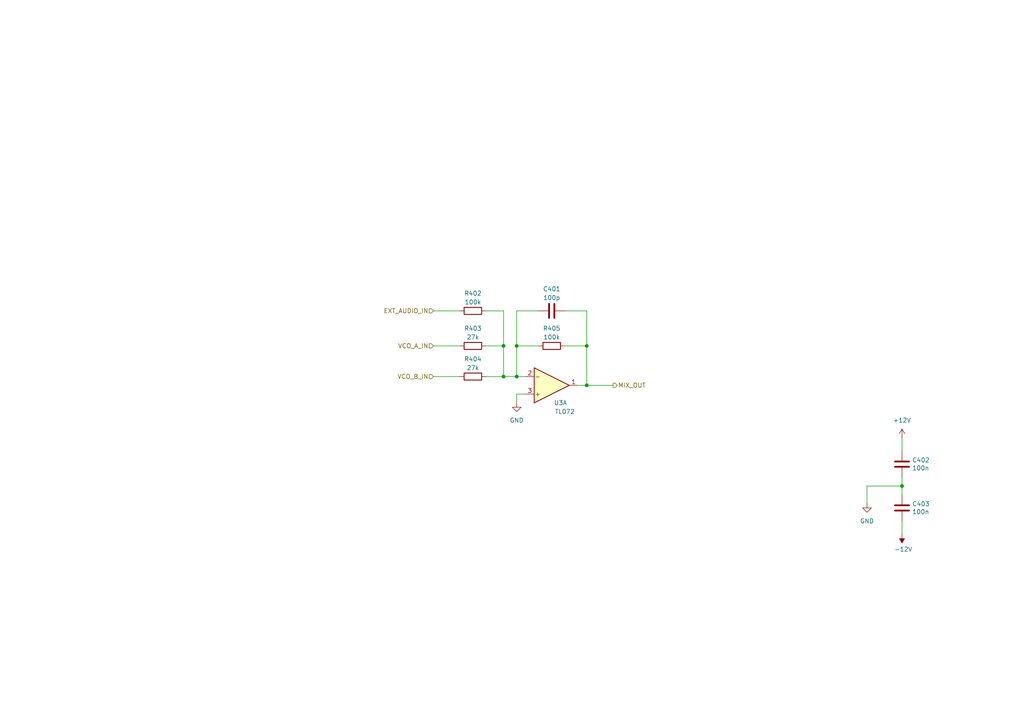
<source format=kicad_sch>
(kicad_sch (version 20211123) (generator eeschema)
  (paper "A4")
  (title_block (title "Micro-Pico Tiny Monosynth") (date "2022-10-06") (rev "1.0") (comment 1 "creativecommons.org/licences/by/4.0") (comment 2 "Licence: CC by 4.0") (comment 3 "Author: Jordan Aceto"))
  (lib_symbols
    (symbol "Amplifier_Operational:TL072" (pin_names (offset 0.127))
      (property "Reference" "U" (at 0 5.08 0))
      (property "Value" "TL072" (at 0 -5.08 0))
      (symbol "TL072_1_1"
        (polyline (pts (xy -5.08 5.08) (xy 5.08 0) (xy -5.08 -5.08) (xy -5.08 5.08)) (stroke (width 0.254)) (fill (type background)))
        (pin output line (at 7.62 0 180) (length 2.54) (name "~") (number "1"))
        (pin input line (at -7.62 -2.54 0) (length 2.54) (name "-") (number "2"))
        (pin input line (at -7.62 2.54 0) (length 2.54) (name "+") (number "3"))
      )
      (symbol "TL072_2_1"
        (polyline (pts (xy -5.08 5.08) (xy 5.08 0) (xy -5.08 -5.08) (xy -5.08 5.08)) (stroke (width 0.254)) (fill (type background)))
        (pin input line (at -7.62 2.54 0) (length 2.54) (name "+") (number "5"))
        (pin input line (at -7.62 -2.54 0) (length 2.54) (name "-") (number "6"))
        (pin output line (at 7.62 0 180) (length 2.54) (name "~") (number "7"))
      )
      (symbol "TL072_3_1"
        (pin power_in line (at -2.54 -7.62 90) (length 3.81) (name "V-") (number "4"))
        (pin power_in line (at -2.54 7.62 270) (length 3.81) (name "V+") (number "8"))
      )
    )
    (symbol "Device:C" (pin_numbers hide) (pin_names (offset 0.254))
      (property "Reference" "C" (at 0.635 2.54 0))
      (property "Value" "C" (at 0.635 -2.54 0))
      (symbol "C_0_1"
        (polyline (pts (xy -2.032 -0.762) (xy 2.032 -0.762)) (stroke (width 0.508)))
        (polyline (pts (xy -2.032 0.762) (xy 2.032 0.762)) (stroke (width 0.508)))
      )
      (symbol "C_1_1"
        (pin passive line (at 0 3.81 270) (length 2.794) (name "~") (number "1"))
        (pin passive line (at 0 -3.81 90) (length 2.794) (name "~") (number "2"))
      )
    )
    (symbol "Device:R" (pin_numbers hide) (pin_names (offset 0))
      (property "Reference" "R" (at 2.032 0 90))
      (property "Value" "R" (at 0 0 90))
      (symbol "R_0_1"
        (rectangle (start -1.016 -2.54) (end 1.016 2.54) (stroke (width 0.254)))
      )
      (symbol "R_1_1"
        (pin passive line (at 0 3.81 270) (length 1.27) (name "~") (number "1"))
        (pin passive line (at 0 -3.81 90) (length 1.27) (name "~") (number "2"))
      )
    )
    (symbol "power:+12V" (power) (pin_names (offset 0))
      (property "Value" "+12V" (at 0 3.556 0))
      (symbol "+12V_0_1"
        (polyline (pts (xy -0.762 1.27) (xy 0 2.54)))
        (polyline (pts (xy 0 0) (xy 0 2.54)))
        (polyline (pts (xy 0 2.54) (xy 0.762 1.27)))
      )
      (symbol "+12V_1_1"
        (pin power_in line (at 0 0 90) (length 0) hide (name "+12V") (number "1"))
      )
    )
    (symbol "power:-12V" (power) (pin_names (offset 0))
      (property "Value" "-12V" (at 0 3.81 0))
      (symbol "-12V_0_0"
        (pin power_in line (at 0 0 90) (length 0) hide (name "-12V") (number "1"))
      )
      (symbol "-12V_0_1"
        (polyline (pts (xy 0 0) (xy 0 1.27) (xy 0.762 1.27) (xy 0 2.54) (xy -0.762 1.27) (xy 0 1.27)) (fill (type outline)))
      )
    )
    (symbol "power:GND" (power) (pin_names (offset 0))
      (property "Value" "GND" (at 0 -3.81 0))
      (symbol "GND_0_1"
        (polyline (pts (xy 0 0) (xy 0 -1.27) (xy 1.27 -1.27) (xy 0 -2.54) (xy -1.27 -1.27) (xy 0 -1.27)))
      )
      (symbol "GND_1_1"
        (pin power_in line (at 0 0 270) (length 0) hide (name "GND") (number "1"))
      )
    )
  )
  (junction (at 170.18 100.33))
  (junction (at 146.05 109.22))
  (junction (at 261.62 140.97))
  (junction (at 146.05 100.33))
  (junction (at 170.18 111.76))
  (junction (at 149.86 109.22))
  (junction (at 149.86 100.33))
  (wire (pts (xy 140.97 90.17) (xy 146.05 90.17)))
  (wire (pts (xy 140.97 109.22) (xy 146.05 109.22)))
  (wire (pts (xy 251.46 146.05) (xy 251.46 140.97)))
  (wire (pts (xy 140.97 100.33) (xy 146.05 100.33)))
  (wire (pts (xy 146.05 109.22) (xy 146.05 100.33)))
  (wire (pts (xy 149.86 114.3) (xy 152.4 114.3)))
  (wire (pts (xy 261.62 127) (xy 261.62 130.81)))
  (wire (pts (xy 170.18 100.33) (xy 170.18 90.17)))
  (wire (pts (xy 146.05 90.17) (xy 146.05 100.33)))
  (wire (pts (xy 170.18 111.76) (xy 177.8 111.76)))
  (wire (pts (xy 149.86 116.84) (xy 149.86 114.3)))
  (wire (pts (xy 261.62 138.43) (xy 261.62 140.97)))
  (wire (pts (xy 125.73 109.22) (xy 133.35 109.22)))
  (wire (pts (xy 170.18 111.76) (xy 170.18 100.33)))
  (wire (pts (xy 261.62 143.51) (xy 261.62 140.97)))
  (wire (pts (xy 146.05 109.22) (xy 149.86 109.22)))
  (wire (pts (xy 149.86 100.33) (xy 149.86 109.22)))
  (wire (pts (xy 149.86 90.17) (xy 149.86 100.33)))
  (wire (pts (xy 156.21 100.33) (xy 149.86 100.33)))
  (wire (pts (xy 125.73 90.17) (xy 133.35 90.17)))
  (wire (pts (xy 125.73 100.33) (xy 133.35 100.33)))
  (wire (pts (xy 149.86 109.22) (xy 152.4 109.22)))
  (wire (pts (xy 156.21 90.17) (xy 149.86 90.17)))
  (wire (pts (xy 170.18 90.17) (xy 163.83 90.17)))
  (wire (pts (xy 167.64 111.76) (xy 170.18 111.76)))
  (wire (pts (xy 251.46 140.97) (xy 261.62 140.97)))
  (wire (pts (xy 163.83 100.33) (xy 170.18 100.33)))
  (wire (pts (xy 261.62 151.13) (xy 261.62 154.94)))
  (hierarchical_label "MIX_OUT" (shape output) (at 177.8 111.76 0))
  (hierarchical_label "EXT_AUDIO_IN" (shape input) (at 125.73 90.17 180))
  (hierarchical_label "VCO_A_IN" (shape input) (at 125.73 100.33 180))
  (hierarchical_label "VCO_B_IN" (shape input) (at 125.73 109.22 180))
  (symbol (lib_id "power:+12V") (at 261.62 127 0) (unit 1)
    (property "Reference" "#PWR0404" (effects hide))
    (property "Value" "+12V" (at 261.62 121.92 0))
  )
  (symbol (lib_id "Device:R") (at 137.16 100.33 90) (unit 1)
    (property "Reference" "R403" (at 137.16 95.25 90))
    (property "Value" "27k" (at 137.16 97.79 90))
    (property "Footprint" "Resistor_SMD:R_0603_1608Metric" (effects hide))
  )
  (symbol (lib_id "Device:R") (at 137.16 90.17 90) (unit 1)
    (property "Reference" "R402" (at 137.16 85.09 90))
    (property "Value" "100k" (at 137.16 87.63 90))
    (property "Footprint" "Resistor_SMD:R_0603_1608Metric" (effects hide))
  )
  (symbol (lib_id "Device:C") (at 160.02 90.17 90) (unit 1)
    (property "Reference" "C401" (at 160.02 83.82 90))
    (property "Value" "100p" (at 160.02 86.36 90))
    (property "Footprint" "Capacitor_SMD:C_0603_1608Metric" (effects hide))
  )
  (symbol (lib_id "power:-12V") (at 261.62 154.94 0) (mirror x) (unit 1)
    (property "Reference" "#PWR0405" (effects hide))
    (property "Value" "-12V" (at 262.001 159.3342 0))
  )
  (symbol (lib_id "power:GND") (at 251.46 146.05 0) (unit 1)
    (property "Reference" "#PWR0403" (effects hide))
    (property "Value" "GND" (at 251.46 151.13 0))
  )
  (symbol (lib_id "power:GND") (at 149.86 116.84 0) (unit 1)
    (property "Reference" "#PWR0402" (effects hide))
    (property "Value" "GND" (at 149.86 121.92 0))
  )
  (symbol (lib_id "Device:C") (at 261.62 134.62 0) (unit 1)
    (property "Reference" "C402" (at 264.541 133.4516 0) (effects (justify left)))
    (property "Value" "100n" (at 264.541 135.763 0) (effects (justify left)))
    (property "Footprint" "Capacitor_SMD:C_0603_1608Metric" (effects hide))
  )
  (symbol (lib_id "Device:R") (at 137.16 109.22 90) (unit 1)
    (property "Reference" "R404" (at 137.16 104.14 90))
    (property "Value" "27k" (at 137.16 106.68 90))
    (property "Footprint" "Resistor_SMD:R_0603_1608Metric" (effects hide))
  )
  (symbol (lib_id "Device:C") (at 261.62 147.32 0) (unit 1)
    (property "Reference" "C403" (at 264.541 146.1516 0) (effects (justify left)))
    (property "Value" "100n" (at 264.541 148.463 0) (effects (justify left)))
    (property "Footprint" "Capacitor_SMD:C_0603_1608Metric" (effects hide))
  )
  (symbol (lib_id "Amplifier_Operational:TL072") (at 160.02 111.76 0) (mirror x) (unit 1)
    (property "Reference" "U3" (at 162.56 116.84 0))
    (property "Value" "TL072" (at 163.83 119.38 0))
    (property "Footprint" "Package_SO:SOIC-8_3.9x4.9mm_P1.27mm" (effects hide))
    (property "Datasheet" "http://www.ti.com/lit/ds/symlink/tl071.pdf" (effects hide))
  )
  (symbol (lib_id "Device:R") (at 160.02 100.33 90) (unit 1)
    (property "Reference" "R405" (at 160.02 95.25 90))
    (property "Value" "100k" (at 160.02 97.79 90))
    (property "Footprint" "Resistor_SMD:R_0603_1608Metric" (effects hide))
  )
)
</source>
